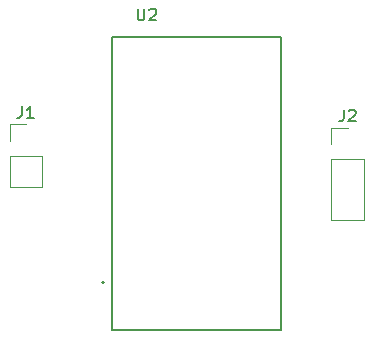
<source format=gbr>
%TF.GenerationSoftware,KiCad,Pcbnew,9.0.6-9.0.6~ubuntu24.04.1*%
%TF.CreationDate,2025-12-30T22:30:39+05:30*%
%TF.ProjectId,wled-esp01-controller,776c6564-2d65-4737-9030-312d636f6e74,rev?*%
%TF.SameCoordinates,Original*%
%TF.FileFunction,Legend,Top*%
%TF.FilePolarity,Positive*%
%FSLAX46Y46*%
G04 Gerber Fmt 4.6, Leading zero omitted, Abs format (unit mm)*
G04 Created by KiCad (PCBNEW 9.0.6-9.0.6~ubuntu24.04.1) date 2025-12-30 22:30:39*
%MOMM*%
%LPD*%
G01*
G04 APERTURE LIST*
%ADD10C,0.150000*%
%ADD11C,0.200000*%
%ADD12C,0.127000*%
%ADD13C,0.120000*%
G04 APERTURE END LIST*
D10*
X115708095Y-58519819D02*
X115708095Y-59329342D01*
X115708095Y-59329342D02*
X115755714Y-59424580D01*
X115755714Y-59424580D02*
X115803333Y-59472200D01*
X115803333Y-59472200D02*
X115898571Y-59519819D01*
X115898571Y-59519819D02*
X116089047Y-59519819D01*
X116089047Y-59519819D02*
X116184285Y-59472200D01*
X116184285Y-59472200D02*
X116231904Y-59424580D01*
X116231904Y-59424580D02*
X116279523Y-59329342D01*
X116279523Y-59329342D02*
X116279523Y-58519819D01*
X116708095Y-58615057D02*
X116755714Y-58567438D01*
X116755714Y-58567438D02*
X116850952Y-58519819D01*
X116850952Y-58519819D02*
X117089047Y-58519819D01*
X117089047Y-58519819D02*
X117184285Y-58567438D01*
X117184285Y-58567438D02*
X117231904Y-58615057D01*
X117231904Y-58615057D02*
X117279523Y-58710295D01*
X117279523Y-58710295D02*
X117279523Y-58805533D01*
X117279523Y-58805533D02*
X117231904Y-58948390D01*
X117231904Y-58948390D02*
X116660476Y-59519819D01*
X116660476Y-59519819D02*
X117279523Y-59519819D01*
X133166666Y-67074819D02*
X133166666Y-67789104D01*
X133166666Y-67789104D02*
X133119047Y-67931961D01*
X133119047Y-67931961D02*
X133023809Y-68027200D01*
X133023809Y-68027200D02*
X132880952Y-68074819D01*
X132880952Y-68074819D02*
X132785714Y-68074819D01*
X133595238Y-67170057D02*
X133642857Y-67122438D01*
X133642857Y-67122438D02*
X133738095Y-67074819D01*
X133738095Y-67074819D02*
X133976190Y-67074819D01*
X133976190Y-67074819D02*
X134071428Y-67122438D01*
X134071428Y-67122438D02*
X134119047Y-67170057D01*
X134119047Y-67170057D02*
X134166666Y-67265295D01*
X134166666Y-67265295D02*
X134166666Y-67360533D01*
X134166666Y-67360533D02*
X134119047Y-67503390D01*
X134119047Y-67503390D02*
X133547619Y-68074819D01*
X133547619Y-68074819D02*
X134166666Y-68074819D01*
X105916666Y-66784819D02*
X105916666Y-67499104D01*
X105916666Y-67499104D02*
X105869047Y-67641961D01*
X105869047Y-67641961D02*
X105773809Y-67737200D01*
X105773809Y-67737200D02*
X105630952Y-67784819D01*
X105630952Y-67784819D02*
X105535714Y-67784819D01*
X106916666Y-67784819D02*
X106345238Y-67784819D01*
X106630952Y-67784819D02*
X106630952Y-66784819D01*
X106630952Y-66784819D02*
X106535714Y-66927676D01*
X106535714Y-66927676D02*
X106440476Y-67022914D01*
X106440476Y-67022914D02*
X106345238Y-67070533D01*
D11*
%TO.C,U2*%
X112895000Y-81710000D02*
G75*
G02*
X112695000Y-81710000I-100000J0D01*
G01*
X112695000Y-81710000D02*
G75*
G02*
X112895000Y-81710000I100000J0D01*
G01*
D12*
X127845000Y-85750000D02*
X127845000Y-60950000D01*
X127845000Y-60950000D02*
X113545000Y-60950000D01*
X113545000Y-85750000D02*
X127845000Y-85750000D01*
X113545000Y-60950000D02*
X113545000Y-85750000D01*
D13*
%TO.C,J2*%
X132120000Y-68620000D02*
X133500000Y-68620000D01*
X132120000Y-70000000D02*
X132120000Y-68620000D01*
X132120000Y-71270000D02*
X132120000Y-76460000D01*
X132120000Y-71270000D02*
X134880000Y-71270000D01*
X132120000Y-76460000D02*
X134880000Y-76460000D01*
X134880000Y-71270000D02*
X134880000Y-76460000D01*
%TO.C,J1*%
X104870000Y-68330000D02*
X106250000Y-68330000D01*
X104870000Y-69710000D02*
X104870000Y-68330000D01*
X104870000Y-70980000D02*
X104870000Y-73630000D01*
X104870000Y-70980000D02*
X107630000Y-70980000D01*
X104870000Y-73630000D02*
X107630000Y-73630000D01*
X107630000Y-70980000D02*
X107630000Y-73630000D01*
%TD*%
M02*

</source>
